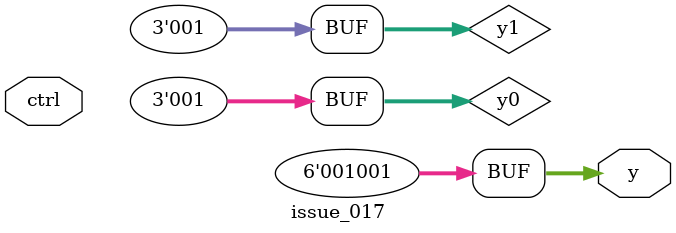
<source format=v>
module issue_017(ctrl, y);
  input [1:0] ctrl;
  output [5:0] y;

  wire [2:0] y0;
  wire [2:0] y1;
  assign y = {y0,y1};

  // this should return 3'b001 but isim 14.7 returns 3'b000
  assign y0 = &($signed(2'b11));
  assign y1 = &($unsigned(2'b11));
endmodule

</source>
